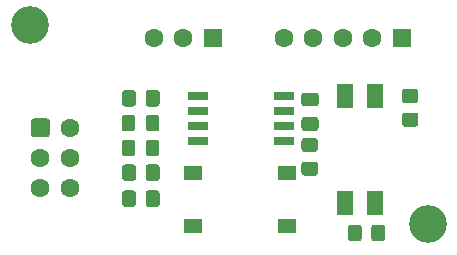
<source format=gts>
%TF.GenerationSoftware,KiCad,Pcbnew,(5.1.10)-1*%
%TF.CreationDate,2022-07-24T21:09:46+02:00*%
%TF.ProjectId,PCB,5043422e-6b69-4636-9164-5f7063625858,rev?*%
%TF.SameCoordinates,Original*%
%TF.FileFunction,Soldermask,Top*%
%TF.FilePolarity,Negative*%
%FSLAX46Y46*%
G04 Gerber Fmt 4.6, Leading zero omitted, Abs format (unit mm)*
G04 Created by KiCad (PCBNEW (5.1.10)-1) date 2022-07-24 21:09:46*
%MOMM*%
%LPD*%
G01*
G04 APERTURE LIST*
%ADD10C,3.200000*%
%ADD11C,1.600000*%
%ADD12R,1.600000X1.600000*%
%ADD13R,1.450000X2.100000*%
%ADD14R,1.700000X0.650000*%
%ADD15R,1.550000X1.300000*%
G04 APERTURE END LIST*
%TO.C,C1*%
G36*
G01*
X164350000Y-129887500D02*
X165300000Y-129887500D01*
G75*
G02*
X165550000Y-130137500I0J-250000D01*
G01*
X165550000Y-130812500D01*
G75*
G02*
X165300000Y-131062500I-250000J0D01*
G01*
X164350000Y-131062500D01*
G75*
G02*
X164100000Y-130812500I0J250000D01*
G01*
X164100000Y-130137500D01*
G75*
G02*
X164350000Y-129887500I250000J0D01*
G01*
G37*
G36*
G01*
X164350000Y-127812500D02*
X165300000Y-127812500D01*
G75*
G02*
X165550000Y-128062500I0J-250000D01*
G01*
X165550000Y-128737500D01*
G75*
G02*
X165300000Y-128987500I-250000J0D01*
G01*
X164350000Y-128987500D01*
G75*
G02*
X164100000Y-128737500I0J250000D01*
G01*
X164100000Y-128062500D01*
G75*
G02*
X164350000Y-127812500I250000J0D01*
G01*
G37*
%TD*%
D10*
%TO.C,MH1*%
X141100000Y-122100000D03*
%TD*%
%TO.C,MH2*%
X174800000Y-138900000D03*
%TD*%
D11*
%TO.C,J1*%
X144540000Y-135880000D03*
X144540000Y-133340000D03*
X144540000Y-130800000D03*
X142000000Y-135880000D03*
X142000000Y-133340000D03*
G36*
G01*
X141200000Y-131364800D02*
X141200000Y-130235200D01*
G75*
G02*
X141435200Y-130000000I235200J0D01*
G01*
X142564800Y-130000000D01*
G75*
G02*
X142800000Y-130235200I0J-235200D01*
G01*
X142800000Y-131364800D01*
G75*
G02*
X142564800Y-131600000I-235200J0D01*
G01*
X141435200Y-131600000D01*
G75*
G02*
X141200000Y-131364800I0J235200D01*
G01*
G37*
%TD*%
%TO.C,J3*%
X162600000Y-123200000D03*
X165100000Y-123200000D03*
X167600000Y-123200000D03*
X170100000Y-123200000D03*
D12*
X172600000Y-123200000D03*
%TD*%
%TO.C,J2*%
X156600000Y-123200000D03*
D11*
X154100000Y-123200000D03*
X151600000Y-123200000D03*
%TD*%
D13*
%TO.C,U2*%
X167800000Y-128100000D03*
X170340000Y-128100000D03*
X170340000Y-137200000D03*
X167800000Y-137200000D03*
%TD*%
D14*
%TO.C,U1*%
X162600000Y-128130000D03*
X162600000Y-129400000D03*
X162600000Y-130670000D03*
X162600000Y-131940000D03*
X155300000Y-131940000D03*
X155300000Y-130670000D03*
X155300000Y-129400000D03*
X155300000Y-128130000D03*
%TD*%
D15*
%TO.C,SW1*%
X154925000Y-134650000D03*
X162875000Y-134650000D03*
X154925000Y-139150000D03*
X162875000Y-139150000D03*
%TD*%
%TO.C,R6*%
G36*
G01*
X172849999Y-129500000D02*
X173750001Y-129500000D01*
G75*
G02*
X174000000Y-129749999I0J-249999D01*
G01*
X174000000Y-130450001D01*
G75*
G02*
X173750001Y-130700000I-249999J0D01*
G01*
X172849999Y-130700000D01*
G75*
G02*
X172600000Y-130450001I0J249999D01*
G01*
X172600000Y-129749999D01*
G75*
G02*
X172849999Y-129500000I249999J0D01*
G01*
G37*
G36*
G01*
X172849999Y-127500000D02*
X173750001Y-127500000D01*
G75*
G02*
X174000000Y-127749999I0J-249999D01*
G01*
X174000000Y-128450001D01*
G75*
G02*
X173750001Y-128700000I-249999J0D01*
G01*
X172849999Y-128700000D01*
G75*
G02*
X172600000Y-128450001I0J249999D01*
G01*
X172600000Y-127749999D01*
G75*
G02*
X172849999Y-127500000I249999J0D01*
G01*
G37*
%TD*%
%TO.C,R5*%
G36*
G01*
X150900000Y-137250001D02*
X150900000Y-136349999D01*
G75*
G02*
X151149999Y-136100000I249999J0D01*
G01*
X151850001Y-136100000D01*
G75*
G02*
X152100000Y-136349999I0J-249999D01*
G01*
X152100000Y-137250001D01*
G75*
G02*
X151850001Y-137500000I-249999J0D01*
G01*
X151149999Y-137500000D01*
G75*
G02*
X150900000Y-137250001I0J249999D01*
G01*
G37*
G36*
G01*
X148900000Y-137250001D02*
X148900000Y-136349999D01*
G75*
G02*
X149149999Y-136100000I249999J0D01*
G01*
X149850001Y-136100000D01*
G75*
G02*
X150100000Y-136349999I0J-249999D01*
G01*
X150100000Y-137250001D01*
G75*
G02*
X149850001Y-137500000I-249999J0D01*
G01*
X149149999Y-137500000D01*
G75*
G02*
X148900000Y-137250001I0J249999D01*
G01*
G37*
%TD*%
%TO.C,R4*%
G36*
G01*
X150900000Y-135050001D02*
X150900000Y-134149999D01*
G75*
G02*
X151149999Y-133900000I249999J0D01*
G01*
X151850001Y-133900000D01*
G75*
G02*
X152100000Y-134149999I0J-249999D01*
G01*
X152100000Y-135050001D01*
G75*
G02*
X151850001Y-135300000I-249999J0D01*
G01*
X151149999Y-135300000D01*
G75*
G02*
X150900000Y-135050001I0J249999D01*
G01*
G37*
G36*
G01*
X148900000Y-135050001D02*
X148900000Y-134149999D01*
G75*
G02*
X149149999Y-133900000I249999J0D01*
G01*
X149850001Y-133900000D01*
G75*
G02*
X150100000Y-134149999I0J-249999D01*
G01*
X150100000Y-135050001D01*
G75*
G02*
X149850001Y-135300000I-249999J0D01*
G01*
X149149999Y-135300000D01*
G75*
G02*
X148900000Y-135050001I0J249999D01*
G01*
G37*
%TD*%
%TO.C,R3*%
G36*
G01*
X170000000Y-140150001D02*
X170000000Y-139249999D01*
G75*
G02*
X170249999Y-139000000I249999J0D01*
G01*
X170950001Y-139000000D01*
G75*
G02*
X171200000Y-139249999I0J-249999D01*
G01*
X171200000Y-140150001D01*
G75*
G02*
X170950001Y-140400000I-249999J0D01*
G01*
X170249999Y-140400000D01*
G75*
G02*
X170000000Y-140150001I0J249999D01*
G01*
G37*
G36*
G01*
X168000000Y-140150001D02*
X168000000Y-139249999D01*
G75*
G02*
X168249999Y-139000000I249999J0D01*
G01*
X168950001Y-139000000D01*
G75*
G02*
X169200000Y-139249999I0J-249999D01*
G01*
X169200000Y-140150001D01*
G75*
G02*
X168950001Y-140400000I-249999J0D01*
G01*
X168249999Y-140400000D01*
G75*
G02*
X168000000Y-140150001I0J249999D01*
G01*
G37*
%TD*%
%TO.C,R2*%
G36*
G01*
X165250001Y-132850000D02*
X164349999Y-132850000D01*
G75*
G02*
X164100000Y-132600001I0J249999D01*
G01*
X164100000Y-131899999D01*
G75*
G02*
X164349999Y-131650000I249999J0D01*
G01*
X165250001Y-131650000D01*
G75*
G02*
X165500000Y-131899999I0J-249999D01*
G01*
X165500000Y-132600001D01*
G75*
G02*
X165250001Y-132850000I-249999J0D01*
G01*
G37*
G36*
G01*
X165250001Y-134850000D02*
X164349999Y-134850000D01*
G75*
G02*
X164100000Y-134600001I0J249999D01*
G01*
X164100000Y-133899999D01*
G75*
G02*
X164349999Y-133650000I249999J0D01*
G01*
X165250001Y-133650000D01*
G75*
G02*
X165500000Y-133899999I0J-249999D01*
G01*
X165500000Y-134600001D01*
G75*
G02*
X165250001Y-134850000I-249999J0D01*
G01*
G37*
%TD*%
%TO.C,R1*%
G36*
G01*
X150100000Y-127849999D02*
X150100000Y-128750001D01*
G75*
G02*
X149850001Y-129000000I-249999J0D01*
G01*
X149149999Y-129000000D01*
G75*
G02*
X148900000Y-128750001I0J249999D01*
G01*
X148900000Y-127849999D01*
G75*
G02*
X149149999Y-127600000I249999J0D01*
G01*
X149850001Y-127600000D01*
G75*
G02*
X150100000Y-127849999I0J-249999D01*
G01*
G37*
G36*
G01*
X152100000Y-127849999D02*
X152100000Y-128750001D01*
G75*
G02*
X151850001Y-129000000I-249999J0D01*
G01*
X151149999Y-129000000D01*
G75*
G02*
X150900000Y-128750001I0J249999D01*
G01*
X150900000Y-127849999D01*
G75*
G02*
X151149999Y-127600000I249999J0D01*
G01*
X151850001Y-127600000D01*
G75*
G02*
X152100000Y-127849999I0J-249999D01*
G01*
G37*
%TD*%
%TO.C,D2*%
G36*
G01*
X150925000Y-132950001D02*
X150925000Y-132049999D01*
G75*
G02*
X151174999Y-131800000I249999J0D01*
G01*
X151825001Y-131800000D01*
G75*
G02*
X152075000Y-132049999I0J-249999D01*
G01*
X152075000Y-132950001D01*
G75*
G02*
X151825001Y-133200000I-249999J0D01*
G01*
X151174999Y-133200000D01*
G75*
G02*
X150925000Y-132950001I0J249999D01*
G01*
G37*
G36*
G01*
X148875000Y-132950001D02*
X148875000Y-132049999D01*
G75*
G02*
X149124999Y-131800000I249999J0D01*
G01*
X149775001Y-131800000D01*
G75*
G02*
X150025000Y-132049999I0J-249999D01*
G01*
X150025000Y-132950001D01*
G75*
G02*
X149775001Y-133200000I-249999J0D01*
G01*
X149124999Y-133200000D01*
G75*
G02*
X148875000Y-132950001I0J249999D01*
G01*
G37*
%TD*%
%TO.C,D1*%
G36*
G01*
X150925000Y-130850001D02*
X150925000Y-129949999D01*
G75*
G02*
X151174999Y-129700000I249999J0D01*
G01*
X151825001Y-129700000D01*
G75*
G02*
X152075000Y-129949999I0J-249999D01*
G01*
X152075000Y-130850001D01*
G75*
G02*
X151825001Y-131100000I-249999J0D01*
G01*
X151174999Y-131100000D01*
G75*
G02*
X150925000Y-130850001I0J249999D01*
G01*
G37*
G36*
G01*
X148875000Y-130850001D02*
X148875000Y-129949999D01*
G75*
G02*
X149124999Y-129700000I249999J0D01*
G01*
X149775001Y-129700000D01*
G75*
G02*
X150025000Y-129949999I0J-249999D01*
G01*
X150025000Y-130850001D01*
G75*
G02*
X149775001Y-131100000I-249999J0D01*
G01*
X149124999Y-131100000D01*
G75*
G02*
X148875000Y-130850001I0J249999D01*
G01*
G37*
%TD*%
M02*

</source>
